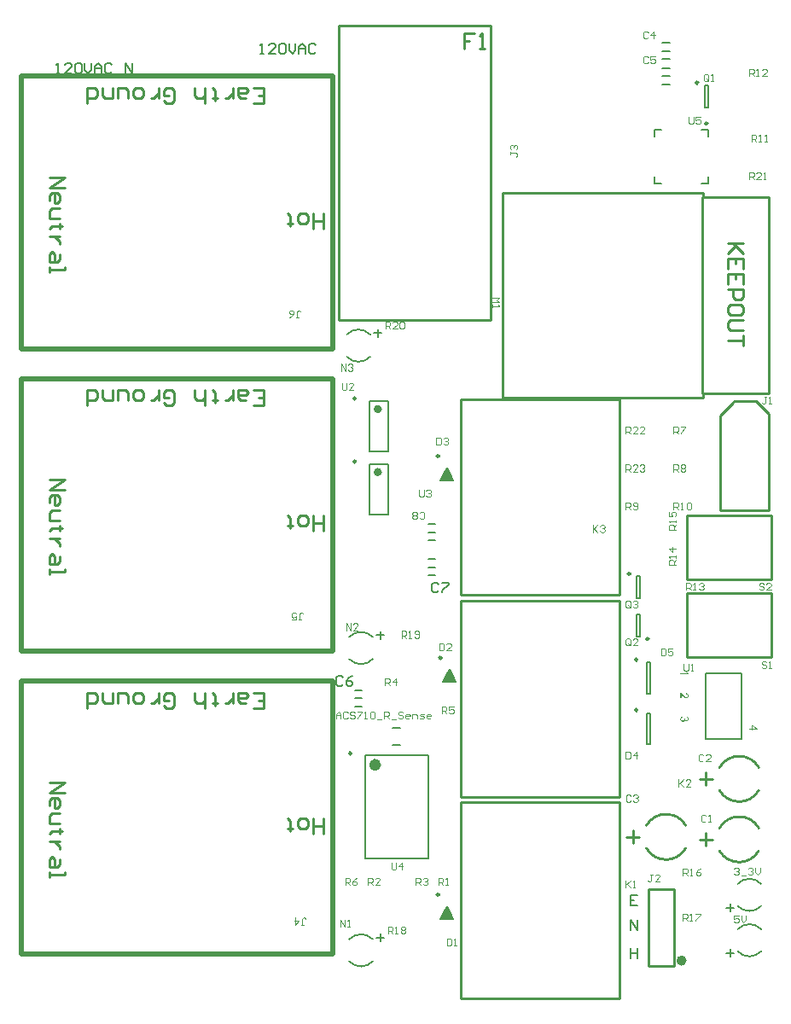
<source format=gto>
G04 Layer_Color=15132400*
%FSLAX24Y24*%
%MOIN*%
G70*
G01*
G75*
%ADD54C,0.0157*%
%ADD55C,0.0098*%
%ADD56C,0.0100*%
%ADD57C,0.0059*%
%ADD58C,0.0236*%
%ADD59C,0.0200*%
%ADD60C,0.0079*%
%ADD61C,0.0080*%
%ADD62C,0.0197*%
%ADD63C,0.0039*%
G36*
X38818Y20660D02*
Y20628D01*
X38612D01*
Y20585D01*
X38576D01*
Y20628D01*
X38500D01*
Y20667D01*
X38576D01*
Y20805D01*
X38612D01*
X38818Y20660D01*
D02*
G37*
G36*
X36039Y22914D02*
X36040Y22913D01*
X36041Y22911D01*
X36042Y22909D01*
X36043Y22906D01*
X36045Y22903D01*
X36049Y22895D01*
X36055Y22886D01*
X36061Y22876D01*
X36068Y22867D01*
X36076Y22857D01*
X36077Y22857D01*
X36077Y22856D01*
X36078Y22855D01*
X36080Y22853D01*
X36084Y22849D01*
X36090Y22844D01*
X36096Y22838D01*
X36104Y22833D01*
X36111Y22827D01*
X36119Y22823D01*
Y22798D01*
X35800D01*
Y22836D01*
X36048D01*
X36048Y22837D01*
X36046Y22839D01*
X36043Y22842D01*
X36040Y22846D01*
X36036Y22852D01*
X36031Y22858D01*
X36026Y22865D01*
X36021Y22874D01*
Y22874D01*
X36021Y22874D01*
X36020Y22876D01*
X36019Y22877D01*
X36017Y22882D01*
X36014Y22887D01*
X36011Y22893D01*
X36007Y22900D01*
X36004Y22907D01*
X36001Y22914D01*
X36039D01*
Y22914D01*
D02*
G37*
G36*
X35805Y22062D02*
X35809Y22062D01*
X35814Y22061D01*
X35818Y22060D01*
X35823Y22058D01*
X35824D01*
X35824Y22058D01*
X35825Y22057D01*
X35827Y22057D01*
X35831Y22055D01*
X35836Y22052D01*
X35843Y22048D01*
X35850Y22044D01*
X35857Y22039D01*
X35865Y22033D01*
X35866Y22032D01*
X35866Y22032D01*
X35867Y22031D01*
X35869Y22029D01*
X35874Y22025D01*
X35879Y22019D01*
X35886Y22012D01*
X35895Y22004D01*
X35904Y21993D01*
X35914Y21981D01*
X35914Y21981D01*
X35916Y21979D01*
X35918Y21976D01*
X35921Y21973D01*
X35924Y21969D01*
X35928Y21964D01*
X35933Y21959D01*
X35938Y21953D01*
X35949Y21942D01*
X35960Y21930D01*
X35966Y21925D01*
X35971Y21920D01*
X35976Y21915D01*
X35981Y21912D01*
X35981Y21911D01*
X35982Y21911D01*
X35983Y21910D01*
X35985Y21909D01*
X35988Y21908D01*
X35990Y21906D01*
X35996Y21902D01*
X36003Y21899D01*
X36011Y21896D01*
X36020Y21894D01*
X36024Y21893D01*
X36030D01*
X36032Y21893D01*
X36036Y21894D01*
X36042Y21895D01*
X36048Y21897D01*
X36054Y21900D01*
X36061Y21904D01*
X36067Y21910D01*
X36068Y21911D01*
X36069Y21913D01*
X36072Y21917D01*
X36075Y21922D01*
X36078Y21928D01*
X36080Y21935D01*
X36082Y21944D01*
X36083Y21953D01*
Y21954D01*
Y21955D01*
Y21956D01*
X36083Y21958D01*
Y21960D01*
X36082Y21963D01*
X36081Y21969D01*
X36079Y21976D01*
X36076Y21984D01*
X36072Y21992D01*
X36066Y21998D01*
X36065Y21999D01*
X36063Y22001D01*
X36059Y22004D01*
X36054Y22007D01*
X36047Y22010D01*
X36039Y22013D01*
X36030Y22015D01*
X36019Y22015D01*
X36023Y22055D01*
X36024D01*
X36026Y22055D01*
X36028D01*
X36031Y22055D01*
X36035Y22054D01*
X36039Y22053D01*
X36044Y22052D01*
X36049Y22050D01*
X36060Y22046D01*
X36066Y22044D01*
X36071Y22041D01*
X36077Y22038D01*
X36082Y22034D01*
X36087Y22030D01*
X36092Y22025D01*
X36092Y22024D01*
X36092Y22024D01*
X36094Y22022D01*
X36095Y22020D01*
X36097Y22017D01*
X36099Y22014D01*
X36101Y22010D01*
X36104Y22005D01*
X36106Y22000D01*
X36108Y21995D01*
X36110Y21989D01*
X36111Y21983D01*
X36113Y21976D01*
X36114Y21969D01*
X36115Y21961D01*
X36115Y21953D01*
Y21952D01*
Y21950D01*
Y21948D01*
X36115Y21945D01*
X36114Y21941D01*
X36114Y21936D01*
X36113Y21931D01*
X36112Y21926D01*
X36109Y21915D01*
X36107Y21909D01*
X36104Y21903D01*
X36102Y21896D01*
X36098Y21891D01*
X36094Y21885D01*
X36090Y21880D01*
X36089Y21879D01*
X36088Y21879D01*
X36087Y21877D01*
X36085Y21876D01*
X36083Y21874D01*
X36080Y21871D01*
X36076Y21869D01*
X36072Y21866D01*
X36068Y21864D01*
X36063Y21862D01*
X36052Y21857D01*
X36047Y21855D01*
X36040Y21854D01*
X36034Y21853D01*
X36027Y21853D01*
X36023D01*
X36020Y21853D01*
X36015Y21854D01*
X36009Y21855D01*
X36003Y21856D01*
X35996Y21858D01*
X35989Y21861D01*
X35988Y21861D01*
X35986Y21863D01*
X35982Y21864D01*
X35978Y21867D01*
X35972Y21871D01*
X35965Y21875D01*
X35958Y21881D01*
X35950Y21887D01*
X35950D01*
X35950Y21888D01*
X35948Y21889D01*
X35947Y21890D01*
X35945Y21892D01*
X35942Y21895D01*
X35939Y21898D01*
X35936Y21901D01*
X35932Y21905D01*
X35928Y21910D01*
X35923Y21915D01*
X35918Y21920D01*
X35913Y21926D01*
X35907Y21932D01*
X35901Y21940D01*
X35895Y21947D01*
X35894Y21948D01*
X35893Y21949D01*
X35892Y21950D01*
X35890Y21953D01*
X35888Y21955D01*
X35885Y21959D01*
X35878Y21966D01*
X35872Y21974D01*
X35865Y21981D01*
X35862Y21984D01*
X35859Y21987D01*
X35857Y21990D01*
X35855Y21992D01*
X35854Y21993D01*
X35853Y21994D01*
X35851Y21995D01*
X35848Y21998D01*
X35845Y22000D01*
X35841Y22003D01*
X35834Y22009D01*
Y21853D01*
X35796D01*
Y22063D01*
X35801D01*
X35805Y22062D01*
D02*
G37*
G36*
X35890Y21106D02*
X35889D01*
X35888Y21106D01*
X35886Y21105D01*
X35884Y21105D01*
X35881Y21104D01*
X35878Y21103D01*
X35871Y21101D01*
X35863Y21098D01*
X35855Y21094D01*
X35847Y21089D01*
X35844Y21087D01*
X35841Y21084D01*
X35841Y21083D01*
X35839Y21081D01*
X35837Y21078D01*
X35834Y21073D01*
X35831Y21067D01*
X35829Y21060D01*
X35828Y21053D01*
X35827Y21044D01*
Y21044D01*
Y21043D01*
Y21041D01*
X35827Y21040D01*
Y21037D01*
X35828Y21034D01*
X35829Y21028D01*
X35831Y21021D01*
X35835Y21013D01*
X35840Y21005D01*
X35843Y21001D01*
X35846Y20998D01*
X35846Y20997D01*
X35847Y20997D01*
X35848Y20996D01*
X35849Y20995D01*
X35853Y20991D01*
X35859Y20988D01*
X35866Y20985D01*
X35874Y20982D01*
X35883Y20980D01*
X35888Y20979D01*
X35895D01*
X35897Y20979D01*
X35900D01*
X35902Y20980D01*
X35909Y20981D01*
X35916Y20983D01*
X35923Y20986D01*
X35930Y20991D01*
X35934Y20993D01*
X35937Y20996D01*
X35938Y20997D01*
X35940Y21000D01*
X35942Y21003D01*
X35946Y21008D01*
X35949Y21015D01*
X35952Y21022D01*
X35954Y21031D01*
X35954Y21041D01*
Y21041D01*
Y21043D01*
Y21046D01*
X35954Y21048D01*
X35954Y21053D01*
X35953Y21058D01*
X35952Y21063D01*
X35950Y21069D01*
X35985Y21064D01*
Y21063D01*
X35984Y21062D01*
X35984Y21060D01*
Y21058D01*
Y21058D01*
Y21057D01*
Y21056D01*
X35984Y21054D01*
X35985Y21049D01*
X35985Y21043D01*
X35987Y21036D01*
X35989Y21029D01*
X35992Y21021D01*
X35997Y21013D01*
Y21013D01*
X35997Y21013D01*
X35999Y21010D01*
X36002Y21007D01*
X36007Y21003D01*
X36012Y20999D01*
X36019Y20996D01*
X36028Y20994D01*
X36032Y20994D01*
X36037Y20993D01*
X36038D01*
X36041Y20994D01*
X36044Y20994D01*
X36049Y20995D01*
X36055Y20997D01*
X36061Y20999D01*
X36067Y21003D01*
X36072Y21008D01*
X36073Y21009D01*
X36075Y21010D01*
X36077Y21014D01*
X36080Y21018D01*
X36082Y21023D01*
X36085Y21030D01*
X36086Y21037D01*
X36087Y21045D01*
Y21046D01*
Y21046D01*
Y21047D01*
X36086Y21049D01*
X36086Y21053D01*
X36085Y21059D01*
X36083Y21065D01*
X36080Y21071D01*
X36077Y21077D01*
X36072Y21084D01*
X36071Y21084D01*
X36070Y21086D01*
X36066Y21089D01*
X36061Y21091D01*
X36056Y21095D01*
X36048Y21098D01*
X36040Y21101D01*
X36030Y21103D01*
X36037Y21141D01*
X36037D01*
X36038Y21141D01*
X36040Y21141D01*
X36043Y21140D01*
X36046Y21139D01*
X36050Y21138D01*
X36054Y21136D01*
X36059Y21135D01*
X36068Y21130D01*
X36078Y21125D01*
X36088Y21118D01*
X36093Y21114D01*
X36097Y21109D01*
X36097Y21109D01*
X36098Y21108D01*
X36099Y21107D01*
X36100Y21105D01*
X36102Y21102D01*
X36104Y21099D01*
X36106Y21096D01*
X36108Y21092D01*
X36110Y21087D01*
X36112Y21083D01*
X36116Y21072D01*
X36118Y21060D01*
X36118Y21053D01*
X36119Y21046D01*
Y21046D01*
Y21045D01*
Y21044D01*
Y21041D01*
X36118Y21039D01*
Y21037D01*
X36118Y21030D01*
X36116Y21023D01*
X36114Y21015D01*
X36111Y21007D01*
X36108Y20998D01*
Y20998D01*
X36107Y20998D01*
X36106Y20996D01*
X36106Y20995D01*
X36103Y20991D01*
X36100Y20986D01*
X36095Y20981D01*
X36090Y20975D01*
X36084Y20970D01*
X36077Y20965D01*
X36077D01*
X36076Y20965D01*
X36074Y20963D01*
X36070Y20961D01*
X36065Y20959D01*
X36059Y20957D01*
X36052Y20955D01*
X36044Y20953D01*
X36036Y20953D01*
X36033D01*
X36029Y20953D01*
X36024Y20954D01*
X36018Y20956D01*
X36012Y20958D01*
X36005Y20961D01*
X35999Y20964D01*
X35998Y20965D01*
X35996Y20966D01*
X35993Y20969D01*
X35989Y20972D01*
X35985Y20977D01*
X35980Y20983D01*
X35976Y20989D01*
X35972Y20997D01*
Y20996D01*
X35971Y20996D01*
X35971Y20994D01*
X35971Y20992D01*
X35970Y20990D01*
X35968Y20987D01*
X35966Y20981D01*
X35962Y20974D01*
X35957Y20967D01*
X35952Y20959D01*
X35945Y20953D01*
X35944D01*
X35944Y20952D01*
X35942Y20951D01*
X35941Y20951D01*
X35939Y20949D01*
X35937Y20948D01*
X35931Y20945D01*
X35923Y20942D01*
X35914Y20940D01*
X35905Y20938D01*
X35894Y20937D01*
X35890D01*
X35887Y20938D01*
X35883Y20938D01*
X35879Y20939D01*
X35874Y20940D01*
X35869Y20941D01*
X35864Y20943D01*
X35858Y20945D01*
X35852Y20947D01*
X35846Y20950D01*
X35840Y20954D01*
X35834Y20958D01*
X35828Y20963D01*
X35823Y20968D01*
X35823Y20968D01*
X35822Y20969D01*
X35821Y20971D01*
X35819Y20973D01*
X35817Y20976D01*
X35814Y20980D01*
X35812Y20984D01*
X35809Y20989D01*
X35806Y20994D01*
X35804Y21000D01*
X35801Y21006D01*
X35799Y21013D01*
X35797Y21020D01*
X35796Y21028D01*
X35795Y21036D01*
X35795Y21044D01*
Y21045D01*
Y21046D01*
Y21048D01*
X35795Y21051D01*
X35795Y21055D01*
X35796Y21059D01*
X35797Y21064D01*
X35798Y21069D01*
X35801Y21079D01*
X35803Y21085D01*
X35805Y21091D01*
X35808Y21097D01*
X35811Y21103D01*
X35815Y21108D01*
X35819Y21114D01*
X35820Y21114D01*
X35821Y21115D01*
X35822Y21116D01*
X35824Y21118D01*
X35826Y21120D01*
X35829Y21123D01*
X35833Y21125D01*
X35837Y21128D01*
X35841Y21131D01*
X35846Y21134D01*
X35852Y21136D01*
X35857Y21139D01*
X35864Y21141D01*
X35870Y21143D01*
X35877Y21144D01*
X35884Y21145D01*
X35890Y21106D01*
D02*
G37*
G36*
X27022Y22486D02*
X26522D01*
X26772Y22986D01*
X27022Y22486D01*
D02*
G37*
G36*
X26923Y30360D02*
X26423D01*
X26673Y30860D01*
X26923Y30360D01*
D02*
G37*
G36*
Y13234D02*
X26423D01*
X26673Y13734D01*
X26923Y13234D01*
D02*
G37*
%LPC*%
G36*
X38612Y20767D02*
Y20667D01*
X38755D01*
X38612Y20767D01*
D02*
G37*
%LPD*%
D54*
X24055Y30689D02*
G03*
X24055Y30689I-79J0D01*
G01*
Y33150D02*
G03*
X24055Y33150I-79J0D01*
G01*
D55*
X23120Y31104D02*
G03*
X23120Y31104I-49J0D01*
G01*
Y33565D02*
G03*
X23120Y33565I-49J0D01*
G01*
X34124Y23366D02*
G03*
X34124Y23366I-49J0D01*
G01*
Y21398D02*
G03*
X34124Y21398I-49J0D01*
G01*
X33841Y26713D02*
G03*
X33841Y26713I-49J0D01*
G01*
X34565Y24173D02*
G03*
X34565Y24173I-49J0D01*
G01*
X36498Y45906D02*
G03*
X36498Y45906I-49J0D01*
G01*
X36860Y44311D02*
G03*
X36860Y44311I-49J0D01*
G01*
X22943Y19703D02*
G03*
X22943Y19703I-49J0D01*
G01*
X34539Y11409D02*
Y14409D01*
X35539D01*
Y11409D02*
Y14409D01*
X34539Y11409D02*
X35539D01*
D56*
X37323Y15896D02*
G03*
X38858Y15896I767J443D01*
G01*
X38860Y16789D02*
G03*
X37326Y16789I-767J-443D01*
G01*
X37323Y18258D02*
G03*
X38858Y18258I767J443D01*
G01*
X38860Y19152D02*
G03*
X37326Y19152I-767J-443D01*
G01*
X26472Y23436D02*
G03*
X26472Y23436I-50J0D01*
G01*
X26373Y14184D02*
G03*
X26373Y14184I-50J0D01*
G01*
X34469Y15994D02*
G03*
X36003Y15994I767J443D01*
G01*
X36006Y16888D02*
G03*
X34471Y16888I-767J-443D01*
G01*
X26373Y31310D02*
G03*
X26373Y31310I-50J0D01*
G01*
X36791Y16089D02*
Y16589D01*
X36541Y16339D02*
X37041D01*
X36791Y18451D02*
Y18951D01*
X36541Y18701D02*
X37041D01*
X39347Y23462D02*
Y25955D01*
X36047Y23462D02*
Y25955D01*
Y23462D02*
X39347D01*
X36047Y25955D02*
X39347D01*
Y26513D02*
Y29006D01*
X36047Y26513D02*
Y29006D01*
Y26513D02*
X39347D01*
X36047Y29006D02*
X39347D01*
X36674Y33602D02*
Y33742D01*
Y41449D02*
Y41589D01*
X36664Y41439D02*
X39263D01*
X36664Y33752D02*
Y41439D01*
X28840Y41589D02*
X36674D01*
X28840Y33602D02*
X36674D01*
X28840D02*
Y41589D01*
X39263Y39854D02*
Y41439D01*
X36664Y33752D02*
X39263D01*
Y39854D01*
X33936Y16187D02*
Y16687D01*
X33686Y16437D02*
X34186D01*
X28389Y36625D02*
Y48121D01*
X27146Y36625D02*
X28389D01*
X22439Y48121D02*
X28389D01*
X22439Y36625D02*
Y48121D01*
Y36625D02*
X27264D01*
X27215Y10133D02*
X33415D01*
Y17783D01*
X27215D02*
X33415D01*
X27215Y10133D02*
Y17783D01*
Y18007D02*
X33415D01*
Y25657D01*
X27215D02*
X33415D01*
X27215Y18007D02*
Y25657D01*
Y25881D02*
X33415D01*
Y33531D01*
X27215D02*
X33415D01*
X27215Y25881D02*
Y33531D01*
X38287Y29213D02*
X38337D01*
X39237Y30413D02*
Y30563D01*
X38337Y29213D02*
X39237D01*
Y32413D01*
X37337Y29213D02*
Y30463D01*
Y29213D02*
X38287D01*
X39237Y32413D02*
Y32963D01*
X38737Y33463D02*
X39237Y32963D01*
X37337Y30463D02*
Y32913D01*
X37837Y33413D01*
X37887Y33463D01*
X38737D01*
X27762Y47844D02*
X27362D01*
Y47544D01*
X27562D01*
X27362D01*
Y47244D01*
X27962D02*
X28162D01*
X28062D01*
Y47844D01*
X27962Y47744D01*
X19102Y45101D02*
X19502D01*
Y45701D01*
X19102D01*
X19502Y45401D02*
X19302D01*
X18803Y45301D02*
X18603D01*
X18503Y45401D01*
Y45701D01*
X18803D01*
X18903Y45601D01*
X18803Y45501D01*
X18503D01*
X18303Y45301D02*
Y45701D01*
Y45501D01*
X18203Y45401D01*
X18103Y45301D01*
X18003D01*
X17603Y45201D02*
Y45301D01*
X17703D01*
X17503D01*
X17603D01*
Y45601D01*
X17503Y45701D01*
X17203Y45101D02*
Y45701D01*
Y45401D01*
X17103Y45301D01*
X16903D01*
X16803Y45401D01*
Y45701D01*
X15604Y45201D02*
X15704Y45101D01*
X15904D01*
X16003Y45201D01*
Y45601D01*
X15904Y45701D01*
X15704D01*
X15604Y45601D01*
Y45401D01*
X15804D01*
X15404Y45301D02*
Y45701D01*
Y45501D01*
X15304Y45401D01*
X15204Y45301D01*
X15104D01*
X14704Y45701D02*
X14504D01*
X14404Y45601D01*
Y45401D01*
X14504Y45301D01*
X14704D01*
X14804Y45401D01*
Y45601D01*
X14704Y45701D01*
X14204Y45301D02*
Y45601D01*
X14104Y45701D01*
X13804D01*
Y45301D01*
X13604Y45701D02*
Y45301D01*
X13304D01*
X13204Y45401D01*
Y45701D01*
X12605Y45101D02*
Y45701D01*
X12904D01*
X13004Y45601D01*
Y45401D01*
X12904Y45301D01*
X12605D01*
X11152Y42201D02*
X11752D01*
X11152Y41801D01*
X11752D01*
X11152Y41301D02*
Y41501D01*
X11252Y41601D01*
X11452D01*
X11552Y41501D01*
Y41301D01*
X11452Y41202D01*
X11352D01*
Y41601D01*
X11552Y41002D02*
X11252D01*
X11152Y40902D01*
Y40602D01*
X11552D01*
X11652Y40302D02*
X11552D01*
Y40402D01*
Y40202D01*
Y40302D01*
X11252D01*
X11152Y40202D01*
X11552Y39902D02*
X11152D01*
X11352D01*
X11452Y39802D01*
X11552Y39702D01*
Y39602D01*
Y39202D02*
Y39002D01*
X11452Y38902D01*
X11152D01*
Y39202D01*
X11252Y39302D01*
X11352Y39202D01*
Y38902D01*
X11152Y38702D02*
Y38502D01*
Y38602D01*
X11752D01*
Y38702D01*
X21852Y40201D02*
Y40801D01*
Y40501D01*
X21452D01*
Y40201D01*
Y40801D01*
X21153D02*
X20953D01*
X20853Y40701D01*
Y40501D01*
X20953Y40401D01*
X21153D01*
X21253Y40501D01*
Y40701D01*
X21153Y40801D01*
X20553Y40301D02*
Y40401D01*
X20653D01*
X20453D01*
X20553D01*
Y40701D01*
X20453Y40801D01*
X19102Y33290D02*
X19502D01*
Y33890D01*
X19102D01*
X19502Y33590D02*
X19302D01*
X18803Y33490D02*
X18603D01*
X18503Y33590D01*
Y33890D01*
X18803D01*
X18903Y33790D01*
X18803Y33690D01*
X18503D01*
X18303Y33490D02*
Y33890D01*
Y33690D01*
X18203Y33590D01*
X18103Y33490D01*
X18003D01*
X17603Y33390D02*
Y33490D01*
X17703D01*
X17503D01*
X17603D01*
Y33790D01*
X17503Y33890D01*
X17203Y33290D02*
Y33890D01*
Y33590D01*
X17103Y33490D01*
X16903D01*
X16803Y33590D01*
Y33890D01*
X15604Y33390D02*
X15704Y33290D01*
X15904D01*
X16003Y33390D01*
Y33790D01*
X15904Y33890D01*
X15704D01*
X15604Y33790D01*
Y33590D01*
X15804D01*
X15404Y33490D02*
Y33890D01*
Y33690D01*
X15304Y33590D01*
X15204Y33490D01*
X15104D01*
X14704Y33890D02*
X14504D01*
X14404Y33790D01*
Y33590D01*
X14504Y33490D01*
X14704D01*
X14804Y33590D01*
Y33790D01*
X14704Y33890D01*
X14204Y33490D02*
Y33790D01*
X14104Y33890D01*
X13804D01*
Y33490D01*
X13604Y33890D02*
Y33490D01*
X13304D01*
X13204Y33590D01*
Y33890D01*
X12605Y33290D02*
Y33890D01*
X12904D01*
X13004Y33790D01*
Y33590D01*
X12904Y33490D01*
X12605D01*
X11152Y30390D02*
X11752D01*
X11152Y29990D01*
X11752D01*
X11152Y29490D02*
Y29690D01*
X11252Y29790D01*
X11452D01*
X11552Y29690D01*
Y29490D01*
X11452Y29390D01*
X11352D01*
Y29790D01*
X11552Y29191D02*
X11252D01*
X11152Y29091D01*
Y28791D01*
X11552D01*
X11652Y28491D02*
X11552D01*
Y28591D01*
Y28391D01*
Y28491D01*
X11252D01*
X11152Y28391D01*
X11552Y28091D02*
X11152D01*
X11352D01*
X11452Y27991D01*
X11552Y27891D01*
Y27791D01*
Y27391D02*
Y27191D01*
X11452Y27091D01*
X11152D01*
Y27391D01*
X11252Y27491D01*
X11352Y27391D01*
Y27091D01*
X11152Y26891D02*
Y26691D01*
Y26791D01*
X11752D01*
Y26891D01*
X21852Y28390D02*
Y28990D01*
Y28690D01*
X21452D01*
Y28390D01*
Y28990D01*
X21153D02*
X20953D01*
X20853Y28890D01*
Y28690D01*
X20953Y28590D01*
X21153D01*
X21253Y28690D01*
Y28890D01*
X21153Y28990D01*
X20553Y28490D02*
Y28590D01*
X20653D01*
X20453D01*
X20553D01*
Y28890D01*
X20453Y28990D01*
X19102Y21479D02*
X19502D01*
Y22079D01*
X19102D01*
X19502Y21779D02*
X19302D01*
X18803Y21679D02*
X18603D01*
X18503Y21779D01*
Y22079D01*
X18803D01*
X18903Y21979D01*
X18803Y21879D01*
X18503D01*
X18303Y21679D02*
Y22079D01*
Y21879D01*
X18203Y21779D01*
X18103Y21679D01*
X18003D01*
X17603Y21579D02*
Y21679D01*
X17703D01*
X17503D01*
X17603D01*
Y21979D01*
X17503Y22079D01*
X17203Y21479D02*
Y22079D01*
Y21779D01*
X17103Y21679D01*
X16903D01*
X16803Y21779D01*
Y22079D01*
X15604Y21579D02*
X15704Y21479D01*
X15904D01*
X16003Y21579D01*
Y21979D01*
X15904Y22079D01*
X15704D01*
X15604Y21979D01*
Y21779D01*
X15804D01*
X15404Y21679D02*
Y22079D01*
Y21879D01*
X15304Y21779D01*
X15204Y21679D01*
X15104D01*
X14704Y22079D02*
X14504D01*
X14404Y21979D01*
Y21779D01*
X14504Y21679D01*
X14704D01*
X14804Y21779D01*
Y21979D01*
X14704Y22079D01*
X14204Y21679D02*
Y21979D01*
X14104Y22079D01*
X13804D01*
Y21679D01*
X13604Y22079D02*
Y21679D01*
X13304D01*
X13204Y21779D01*
Y22079D01*
X12605Y21479D02*
Y22079D01*
X12904D01*
X13004Y21979D01*
Y21779D01*
X12904Y21679D01*
X12605D01*
X11152Y18579D02*
X11752D01*
X11152Y18179D01*
X11752D01*
X11152Y17679D02*
Y17879D01*
X11252Y17979D01*
X11452D01*
X11552Y17879D01*
Y17679D01*
X11452Y17579D01*
X11352D01*
Y17979D01*
X11552Y17380D02*
X11252D01*
X11152Y17280D01*
Y16980D01*
X11552D01*
X11652Y16680D02*
X11552D01*
Y16780D01*
Y16580D01*
Y16680D01*
X11252D01*
X11152Y16580D01*
X11552Y16280D02*
X11152D01*
X11352D01*
X11452Y16180D01*
X11552Y16080D01*
Y15980D01*
Y15580D02*
Y15380D01*
X11452Y15280D01*
X11152D01*
Y15580D01*
X11252Y15680D01*
X11352Y15580D01*
Y15280D01*
X11152Y15080D02*
Y14880D01*
Y14980D01*
X11752D01*
Y15080D01*
X21852Y16579D02*
Y17179D01*
Y16879D01*
X21452D01*
Y16579D01*
Y17179D01*
X21153D02*
X20953D01*
X20853Y17079D01*
Y16879D01*
X20953Y16779D01*
X21153D01*
X21253Y16879D01*
Y17079D01*
X21153Y17179D01*
X20553Y16679D02*
Y16779D01*
X20653D01*
X20453D01*
X20553D01*
Y17079D01*
X20453Y17179D01*
X38249Y39628D02*
X37649D01*
X37849D01*
X38249Y39228D01*
X37949Y39528D01*
X37649Y39228D01*
X38249Y38628D02*
Y39028D01*
X37649D01*
Y38628D01*
X37949Y39028D02*
Y38828D01*
X38249Y38028D02*
Y38428D01*
X37649D01*
Y38028D01*
X37949Y38428D02*
Y38228D01*
X37649Y37829D02*
X38249D01*
Y37529D01*
X38149Y37429D01*
X37949D01*
X37849Y37529D01*
Y37829D01*
X38249Y36929D02*
Y37129D01*
X38149Y37229D01*
X37749D01*
X37649Y37129D01*
Y36929D01*
X37749Y36829D01*
X38149D01*
X38249Y36929D01*
Y36629D02*
X37749D01*
X37649Y36529D01*
Y36329D01*
X37749Y36229D01*
X38249D01*
Y36029D02*
Y35629D01*
Y35829D01*
X37649D01*
D57*
X23780Y24248D02*
G03*
X22858Y24248I-461J-430D01*
G01*
Y23389D02*
G03*
X23780Y23389I461J430D01*
G01*
X23681Y36060D02*
G03*
X22760Y36060I-461J-430D01*
G01*
Y35200D02*
G03*
X23681Y35200I461J430D01*
G01*
X38031Y13744D02*
G03*
X38953Y13744I461J430D01*
G01*
Y14603D02*
G03*
X38031Y14603I-461J-430D01*
G01*
Y11972D02*
G03*
X38953Y11972I461J430D01*
G01*
Y12831D02*
G03*
X38031Y12831I-461J-430D01*
G01*
X23780Y12437D02*
G03*
X22858Y12437I-461J-430D01*
G01*
Y11578D02*
G03*
X23780Y11578I461J430D01*
G01*
X24069Y24169D02*
Y24469D01*
X23919Y24319D02*
X24219D01*
X23970Y35980D02*
Y36280D01*
X23820Y36130D02*
X24120D01*
X37742Y13523D02*
Y13823D01*
X37592Y13673D02*
X37892D01*
X37742Y11752D02*
Y12052D01*
X37592Y11902D02*
X37892D01*
X24069Y12358D02*
Y12658D01*
X23919Y12508D02*
X24219D01*
X26345Y26312D02*
X26279Y26378D01*
X26148D01*
X26083Y26312D01*
Y26050D01*
X26148Y25984D01*
X26279D01*
X26345Y26050D01*
X26476Y26378D02*
X26739D01*
Y26312D01*
X26476Y26050D01*
Y25984D01*
X22605Y22671D02*
X22539Y22736D01*
X22408D01*
X22343Y22671D01*
Y22408D01*
X22408Y22343D01*
X22539D01*
X22605Y22408D01*
X22998Y22736D02*
X22867Y22671D01*
X22736Y22539D01*
Y22408D01*
X22802Y22343D01*
X22933D01*
X22998Y22408D01*
Y22474D01*
X22933Y22539D01*
X22736D01*
X33858Y12106D02*
Y11713D01*
Y11909D01*
X34121D01*
Y12106D01*
Y11713D01*
X33858Y12795D02*
Y13189D01*
X34121Y12795D01*
Y13189D01*
Y14173D02*
X33858D01*
Y13780D01*
X34121D01*
X33858Y13976D02*
X33989D01*
D58*
X23986Y19252D02*
G03*
X23986Y19252I-118J0D01*
G01*
D59*
X35939Y11609D02*
G03*
X35939Y11609I-100J0D01*
G01*
D60*
X23091Y22165D02*
X23366D01*
X23091Y21535D02*
X23366D01*
X23091Y21850D02*
X23366D01*
X25945Y27283D02*
X26220D01*
X25945Y26654D02*
X26220D01*
X25945Y26969D02*
X26220D01*
X25945Y28661D02*
X26220D01*
X25945Y28031D02*
X26220D01*
X25945Y28346D02*
X26220D01*
X23661Y29035D02*
X24370D01*
X23661Y31004D02*
X24370D01*
Y29035D02*
Y31004D01*
X23661Y29035D02*
Y31004D01*
Y31496D02*
X24370D01*
X23661Y33465D02*
X24370D01*
Y31496D02*
Y33465D01*
X23661Y31496D02*
Y33465D01*
X35098Y45846D02*
X35374D01*
X35098Y46476D02*
X35374D01*
X35098Y46161D02*
X35374D01*
X35098Y46831D02*
X35374D01*
X35098Y47461D02*
X35374D01*
X35098Y47146D02*
X35374D01*
X34606Y22028D02*
Y23248D01*
X34488Y22028D02*
Y23248D01*
Y22028D02*
X34606D01*
X34488Y23248D02*
X34606D01*
Y20059D02*
Y21280D01*
X34488Y20059D02*
Y21280D01*
Y20059D02*
X34606D01*
X34488Y21280D02*
X34606D01*
X34079Y26614D02*
X34228D01*
X34079Y25748D02*
X34228D01*
X34079D02*
Y26614D01*
X34228Y25748D02*
Y26614D01*
X34079Y24272D02*
X34228D01*
X34079Y25138D02*
X34228D01*
Y24272D02*
Y25138D01*
X34079Y24272D02*
Y25138D01*
X26522Y22486D02*
X26772Y22986D01*
X26522Y22486D02*
X27022D01*
X26772Y22986D02*
X27022Y22486D01*
X26423Y13234D02*
X26673Y13734D01*
X26423Y13234D02*
X26923D01*
X26673Y13734D02*
X26923Y13234D01*
X36736Y45807D02*
X36886D01*
X36736Y44941D02*
X36886D01*
X36736D02*
Y45807D01*
X36886Y44941D02*
Y45807D01*
X34783Y43799D02*
Y44055D01*
X35039D01*
X34783Y41969D02*
Y42224D01*
Y41969D02*
X35039D01*
X36614D02*
X36870D01*
Y42224D01*
Y43799D02*
Y44055D01*
X36614D02*
X36870D01*
X23474Y15591D02*
Y19646D01*
X25935Y15591D02*
Y19646D01*
X23474D02*
X25935D01*
X23474Y15591D02*
X25935D01*
X26423Y30360D02*
X26673Y30860D01*
X26423Y30360D02*
X26923D01*
X26673Y30860D02*
X26923Y30360D01*
X24567Y20709D02*
X24843D01*
X24567Y20039D02*
X24843D01*
X11417Y46260D02*
X11549D01*
X11483D01*
Y46653D01*
X11417Y46588D01*
X12008Y46260D02*
X11745D01*
X12008Y46522D01*
Y46588D01*
X11942Y46653D01*
X11811D01*
X11745Y46588D01*
X12139D02*
X12204Y46653D01*
X12336D01*
X12401Y46588D01*
Y46325D01*
X12336Y46260D01*
X12204D01*
X12139Y46325D01*
Y46588D01*
X12532Y46653D02*
Y46391D01*
X12664Y46260D01*
X12795Y46391D01*
Y46653D01*
X12926Y46260D02*
Y46522D01*
X13057Y46653D01*
X13188Y46522D01*
Y46260D01*
Y46457D01*
X12926D01*
X13582Y46588D02*
X13516Y46653D01*
X13385D01*
X13320Y46588D01*
Y46325D01*
X13385Y46260D01*
X13516D01*
X13582Y46325D01*
X13713Y46194D02*
X13976D01*
X14107Y46260D02*
Y46653D01*
X14369Y46260D01*
Y46653D01*
X19390Y47047D02*
X19521D01*
X19455D01*
Y47441D01*
X19390Y47375D01*
X19980Y47047D02*
X19718D01*
X19980Y47310D01*
Y47375D01*
X19915Y47441D01*
X19783D01*
X19718Y47375D01*
X20111D02*
X20177Y47441D01*
X20308D01*
X20374Y47375D01*
Y47113D01*
X20308Y47047D01*
X20177D01*
X20111Y47113D01*
Y47375D01*
X20505Y47441D02*
Y47178D01*
X20636Y47047D01*
X20767Y47178D01*
Y47441D01*
X20898Y47047D02*
Y47310D01*
X21030Y47441D01*
X21161Y47310D01*
Y47047D01*
Y47244D01*
X20898D01*
X21554Y47375D02*
X21489Y47441D01*
X21358D01*
X21292Y47375D01*
Y47113D01*
X21358Y47047D01*
X21489D01*
X21554Y47113D01*
D61*
X36800Y20265D02*
X38200D01*
X36800D02*
Y22845D01*
X38200D01*
Y20265D02*
Y22845D01*
D62*
X22202Y42124D02*
Y46151D01*
Y35501D02*
Y42124D01*
X15600Y46151D02*
X22202D01*
X10052D02*
X15600D01*
X10052Y40604D02*
Y46151D01*
Y35501D02*
Y40604D01*
Y35501D02*
X16625D01*
X22202D01*
Y30313D02*
Y34340D01*
Y23690D02*
Y30313D01*
X15600Y34340D02*
X22202D01*
X10052D02*
X15600D01*
X10052Y28793D02*
Y34340D01*
Y23690D02*
Y28793D01*
Y23690D02*
X16625D01*
X22202D01*
Y18502D02*
Y22529D01*
Y11879D02*
Y18502D01*
X15600Y22529D02*
X22202D01*
X10052D02*
X15600D01*
X10052Y16982D02*
Y22529D01*
Y11879D02*
Y16982D01*
Y11879D02*
X16625D01*
X22202D01*
D63*
X25604Y28904D02*
X25650Y28858D01*
X25741D01*
X25787Y28904D01*
Y29088D01*
X25741Y29134D01*
X25650D01*
X25604Y29088D01*
X25512Y28904D02*
X25466Y28858D01*
X25374D01*
X25328Y28904D01*
Y28950D01*
X25374Y28996D01*
X25328Y29042D01*
Y29088D01*
X25374Y29134D01*
X25466D01*
X25512Y29088D01*
Y29042D01*
X25466Y28996D01*
X25512Y28950D01*
Y28904D01*
X25466Y28996D02*
X25374D01*
X36122Y44567D02*
Y44337D01*
X36168Y44291D01*
X36260D01*
X36306Y44337D01*
Y44567D01*
X36581D02*
X36398D01*
Y44429D01*
X36489Y44475D01*
X36535D01*
X36581Y44429D01*
Y44337D01*
X36535Y44291D01*
X36443D01*
X36398Y44337D01*
X22570Y34176D02*
Y33946D01*
X22616Y33900D01*
X22708D01*
X22754Y33946D01*
Y34176D01*
X23029Y33900D02*
X22845D01*
X23029Y34084D01*
Y34130D01*
X22983Y34176D01*
X22891D01*
X22845Y34130D01*
X39062Y26312D02*
X39016Y26358D01*
X38924D01*
X38878Y26312D01*
Y26266D01*
X38924Y26220D01*
X39016D01*
X39062Y26175D01*
Y26129D01*
X39016Y26083D01*
X38924D01*
X38878Y26129D01*
X39337Y26083D02*
X39153D01*
X39337Y26266D01*
Y26312D01*
X39291Y26358D01*
X39199D01*
X39153Y26312D01*
X39160Y23261D02*
X39114Y23307D01*
X39022D01*
X38976Y23261D01*
Y23215D01*
X39022Y23169D01*
X39114D01*
X39160Y23123D01*
Y23077D01*
X39114Y23031D01*
X39022D01*
X38976Y23077D01*
X39252Y23031D02*
X39344D01*
X39298D01*
Y23307D01*
X39252Y23261D01*
X38484Y42126D02*
Y42401D01*
X38622D01*
X38668Y42356D01*
Y42264D01*
X38622Y42218D01*
X38484D01*
X38576D02*
X38668Y42126D01*
X38943D02*
X38760D01*
X38943Y42310D01*
Y42356D01*
X38898Y42401D01*
X38806D01*
X38760Y42356D01*
X39035Y42126D02*
X39127D01*
X39081D01*
Y42401D01*
X39035Y42356D01*
X24278Y36291D02*
Y36567D01*
X24416D01*
X24462Y36521D01*
Y36429D01*
X24416Y36383D01*
X24278D01*
X24370D02*
X24462Y36291D01*
X24738D02*
X24554D01*
X24738Y36475D01*
Y36521D01*
X24692Y36567D01*
X24600D01*
X24554Y36521D01*
X24829D02*
X24875Y36567D01*
X24967D01*
X25013Y36521D01*
Y36337D01*
X24967Y36291D01*
X24875D01*
X24829Y36337D01*
Y36521D01*
X24902Y24213D02*
Y24488D01*
X25039D01*
X25085Y24442D01*
Y24350D01*
X25039Y24304D01*
X24902D01*
X24993D02*
X25085Y24213D01*
X25177D02*
X25269D01*
X25223D01*
Y24488D01*
X25177Y24442D01*
X25407Y24259D02*
X25453Y24213D01*
X25544D01*
X25590Y24259D01*
Y24442D01*
X25544Y24488D01*
X25453D01*
X25407Y24442D01*
Y24396D01*
X25453Y24350D01*
X25590D01*
X24377Y12669D02*
Y12945D01*
X24515D01*
X24561Y12899D01*
Y12807D01*
X24515Y12761D01*
X24377D01*
X24469D02*
X24561Y12669D01*
X24652D02*
X24744D01*
X24698D01*
Y12945D01*
X24652Y12899D01*
X24882D02*
X24928Y12945D01*
X25020D01*
X25066Y12899D01*
Y12853D01*
X25020Y12807D01*
X25066Y12761D01*
Y12715D01*
X25020Y12669D01*
X24928D01*
X24882Y12715D01*
Y12761D01*
X24928Y12807D01*
X24882Y12853D01*
Y12899D01*
X24928Y12807D02*
X25020D01*
X35892Y13161D02*
Y13436D01*
X36029D01*
X36075Y13390D01*
Y13299D01*
X36029Y13253D01*
X35892D01*
X35983D02*
X36075Y13161D01*
X36167D02*
X36259D01*
X36213D01*
Y13436D01*
X36167Y13390D01*
X36397Y13436D02*
X36580D01*
Y13390D01*
X36397Y13207D01*
Y13161D01*
X35898Y14935D02*
Y15211D01*
X36036D01*
X36082Y15165D01*
Y15073D01*
X36036Y15027D01*
X35898D01*
X35990D02*
X36082Y14935D01*
X36174D02*
X36266D01*
X36220D01*
Y15211D01*
X36174Y15165D01*
X36587Y15211D02*
X36495Y15165D01*
X36404Y15073D01*
Y14981D01*
X36449Y14935D01*
X36541D01*
X36587Y14981D01*
Y15027D01*
X36541Y15073D01*
X36404D01*
X35630Y28445D02*
X35354D01*
Y28583D01*
X35400Y28629D01*
X35492D01*
X35538Y28583D01*
Y28445D01*
Y28537D02*
X35630Y28629D01*
Y28720D02*
Y28812D01*
Y28766D01*
X35354D01*
X35400Y28720D01*
X35354Y29134D02*
Y28950D01*
X35492D01*
X35446Y29042D01*
Y29088D01*
X35492Y29134D01*
X35584D01*
X35630Y29088D01*
Y28996D01*
X35584Y28950D01*
X35630Y27067D02*
X35354D01*
Y27205D01*
X35400Y27251D01*
X35492D01*
X35538Y27205D01*
Y27067D01*
Y27159D02*
X35630Y27251D01*
Y27342D02*
Y27434D01*
Y27388D01*
X35354D01*
X35400Y27342D01*
X35630Y27710D02*
X35354D01*
X35492Y27572D01*
Y27756D01*
X36024Y26083D02*
Y26358D01*
X36161D01*
X36207Y26312D01*
Y26220D01*
X36161Y26175D01*
X36024D01*
X36115D02*
X36207Y26083D01*
X36299D02*
X36391D01*
X36345D01*
Y26358D01*
X36299Y26312D01*
X36529D02*
X36575Y26358D01*
X36666D01*
X36712Y26312D01*
Y26266D01*
X36666Y26220D01*
X36621D01*
X36666D01*
X36712Y26175D01*
Y26129D01*
X36666Y26083D01*
X36575D01*
X36529Y26129D01*
X38484Y46161D02*
Y46437D01*
X38622D01*
X38668Y46391D01*
Y46299D01*
X38622Y46253D01*
X38484D01*
X38576D02*
X38668Y46161D01*
X38760D02*
X38852D01*
X38806D01*
Y46437D01*
X38760Y46391D01*
X39173Y46161D02*
X38989D01*
X39173Y46345D01*
Y46391D01*
X39127Y46437D01*
X39035D01*
X38989Y46391D01*
X38583Y43602D02*
Y43878D01*
X38720D01*
X38766Y43832D01*
Y43740D01*
X38720Y43694D01*
X38583D01*
X38675D02*
X38766Y43602D01*
X38858D02*
X38950D01*
X38904D01*
Y43878D01*
X38858Y43832D01*
X39088Y43602D02*
X39180D01*
X39134D01*
Y43878D01*
X39088Y43832D01*
X35531Y29232D02*
Y29508D01*
X35669D01*
X35715Y29462D01*
Y29370D01*
X35669Y29324D01*
X35531D01*
X35623D02*
X35715Y29232D01*
X35807D02*
X35899D01*
X35853D01*
Y29508D01*
X35807Y29462D01*
X36037D02*
X36082Y29508D01*
X36174D01*
X36220Y29462D01*
Y29278D01*
X36174Y29232D01*
X36082D01*
X36037Y29278D01*
Y29462D01*
X33661Y29232D02*
Y29508D01*
X33799D01*
X33845Y29462D01*
Y29370D01*
X33799Y29324D01*
X33661D01*
X33753D02*
X33845Y29232D01*
X33937Y29278D02*
X33983Y29232D01*
X34075D01*
X34121Y29278D01*
Y29462D01*
X34075Y29508D01*
X33983D01*
X33937Y29462D01*
Y29416D01*
X33983Y29370D01*
X34121D01*
X35531Y30709D02*
Y30984D01*
X35669D01*
X35715Y30938D01*
Y30846D01*
X35669Y30800D01*
X35531D01*
X35623D02*
X35715Y30709D01*
X35807Y30938D02*
X35853Y30984D01*
X35945D01*
X35991Y30938D01*
Y30892D01*
X35945Y30846D01*
X35991Y30800D01*
Y30755D01*
X35945Y30709D01*
X35853D01*
X35807Y30755D01*
Y30800D01*
X35853Y30846D01*
X35807Y30892D01*
Y30938D01*
X35853Y30846D02*
X35945D01*
X35531Y32185D02*
Y32461D01*
X35669D01*
X35715Y32415D01*
Y32323D01*
X35669Y32277D01*
X35531D01*
X35623D02*
X35715Y32185D01*
X35807Y32461D02*
X35991D01*
Y32415D01*
X35807Y32231D01*
Y32185D01*
X22707Y14567D02*
Y14842D01*
X22844D01*
X22890Y14797D01*
Y14705D01*
X22844Y14659D01*
X22707D01*
X22799D02*
X22890Y14567D01*
X23166Y14842D02*
X23074Y14797D01*
X22982Y14705D01*
Y14613D01*
X23028Y14567D01*
X23120D01*
X23166Y14613D01*
Y14659D01*
X23120Y14705D01*
X22982D01*
X26476Y21260D02*
Y21535D01*
X26614D01*
X26660Y21489D01*
Y21398D01*
X26614Y21352D01*
X26476D01*
X26568D02*
X26660Y21260D01*
X26936Y21535D02*
X26752D01*
Y21398D01*
X26844Y21444D01*
X26890D01*
X26936Y21398D01*
Y21306D01*
X26890Y21260D01*
X26798D01*
X26752Y21306D01*
X24262Y22372D02*
Y22647D01*
X24399D01*
X24445Y22602D01*
Y22510D01*
X24399Y22464D01*
X24262D01*
X24353D02*
X24445Y22372D01*
X24675D02*
Y22647D01*
X24537Y22510D01*
X24721D01*
X25463Y14567D02*
Y14842D01*
X25600D01*
X25646Y14797D01*
Y14705D01*
X25600Y14659D01*
X25463D01*
X25554D02*
X25646Y14567D01*
X25738Y14797D02*
X25784Y14842D01*
X25876D01*
X25922Y14797D01*
Y14751D01*
X25876Y14705D01*
X25830D01*
X25876D01*
X25922Y14659D01*
Y14613D01*
X25876Y14567D01*
X25784D01*
X25738Y14613D01*
X23593Y14567D02*
Y14842D01*
X23730D01*
X23776Y14797D01*
Y14705D01*
X23730Y14659D01*
X23593D01*
X23684D02*
X23776Y14567D01*
X24052D02*
X23868D01*
X24052Y14751D01*
Y14797D01*
X24006Y14842D01*
X23914D01*
X23868Y14797D01*
X26348Y14567D02*
Y14842D01*
X26486D01*
X26532Y14797D01*
Y14705D01*
X26486Y14659D01*
X26348D01*
X26440D02*
X26532Y14567D01*
X26624D02*
X26716D01*
X26670D01*
Y14842D01*
X26624Y14797D01*
X33845Y25440D02*
Y25623D01*
X33799Y25669D01*
X33707D01*
X33661Y25623D01*
Y25440D01*
X33707Y25394D01*
X33799D01*
X33753Y25486D02*
X33845Y25394D01*
X33799D02*
X33845Y25440D01*
X33937Y25623D02*
X33983Y25669D01*
X34075D01*
X34121Y25623D01*
Y25577D01*
X34075Y25531D01*
X34029D01*
X34075D01*
X34121Y25486D01*
Y25440D01*
X34075Y25394D01*
X33983D01*
X33937Y25440D01*
X33845Y23963D02*
Y24147D01*
X33799Y24193D01*
X33707D01*
X33661Y24147D01*
Y23963D01*
X33707Y23917D01*
X33799D01*
X33753Y24009D02*
X33845Y23917D01*
X33799D02*
X33845Y23963D01*
X34121Y23917D02*
X33937D01*
X34121Y24101D01*
Y24147D01*
X34075Y24193D01*
X33983D01*
X33937Y24147D01*
X36896Y46010D02*
Y46194D01*
X36850Y46240D01*
X36759D01*
X36713Y46194D01*
Y46010D01*
X36759Y45965D01*
X36850D01*
X36804Y46056D02*
X36896Y45965D01*
X36850D02*
X36896Y46010D01*
X36988Y45965D02*
X37080D01*
X37034D01*
Y46240D01*
X36988Y46194D01*
X22539Y34646D02*
Y34921D01*
X22723Y34646D01*
Y34921D01*
X22815Y34875D02*
X22861Y34921D01*
X22953D01*
X22999Y34875D01*
Y34829D01*
X22953Y34783D01*
X22907D01*
X22953D01*
X22999Y34738D01*
Y34692D01*
X22953Y34646D01*
X22861D01*
X22815Y34692D01*
X22736Y24508D02*
Y24783D01*
X22920Y24508D01*
Y24783D01*
X23195Y24508D02*
X23012D01*
X23195Y24692D01*
Y24737D01*
X23149Y24783D01*
X23058D01*
X23012Y24737D01*
X22514Y12930D02*
Y13205D01*
X22697Y12930D01*
Y13205D01*
X22789Y12930D02*
X22881D01*
X22835D01*
Y13205D01*
X22789Y13160D01*
X32382Y28622D02*
Y28346D01*
Y28438D01*
X32566Y28622D01*
X32428Y28484D01*
X32566Y28346D01*
X32657Y28576D02*
X32703Y28622D01*
X32795D01*
X32841Y28576D01*
Y28530D01*
X32795Y28484D01*
X32749D01*
X32795D01*
X32841Y28438D01*
Y28392D01*
X32795Y28346D01*
X32703D01*
X32657Y28392D01*
X20781Y36732D02*
X20873D01*
X20827D01*
Y36962D01*
X20873Y37008D01*
X20919D01*
X20965Y36962D01*
X20505Y36732D02*
X20597Y36778D01*
X20689Y36870D01*
Y36962D01*
X20643Y37008D01*
X20551D01*
X20505Y36962D01*
Y36916D01*
X20551Y36870D01*
X20689D01*
X20879Y24921D02*
X20971D01*
X20925D01*
Y25151D01*
X20971Y25197D01*
X21017D01*
X21063Y25151D01*
X20604Y24921D02*
X20787D01*
Y25059D01*
X20696Y25013D01*
X20650D01*
X20604Y25059D01*
Y25151D01*
X20650Y25197D01*
X20742D01*
X20787Y25151D01*
X20978Y13012D02*
X21070D01*
X21024D01*
Y13241D01*
X21070Y13287D01*
X21116D01*
X21161Y13241D01*
X20748Y13287D02*
Y13012D01*
X20886Y13150D01*
X20702D01*
X34713Y14975D02*
X34621D01*
X34667D01*
Y14745D01*
X34621Y14699D01*
X34575D01*
X34529Y14745D01*
X34989Y14699D02*
X34805D01*
X34989Y14883D01*
Y14929D01*
X34943Y14975D01*
X34851D01*
X34805Y14929D01*
X39160Y33642D02*
X39068D01*
X39114D01*
Y33412D01*
X39068Y33366D01*
X39022D01*
X38976Y33412D01*
X39252Y33366D02*
X39344D01*
X39298D01*
Y33642D01*
X39252Y33596D01*
X35039Y23799D02*
Y23524D01*
X35177D01*
X35223Y23570D01*
Y23753D01*
X35177Y23799D01*
X35039D01*
X35499D02*
X35315D01*
Y23661D01*
X35407Y23707D01*
X35453D01*
X35499Y23661D01*
Y23570D01*
X35453Y23524D01*
X35361D01*
X35315Y23570D01*
X33661Y19764D02*
Y19488D01*
X33799D01*
X33845Y19534D01*
Y19718D01*
X33799Y19764D01*
X33661D01*
X34075Y19488D02*
Y19764D01*
X33937Y19626D01*
X34121D01*
X26263Y32036D02*
Y31760D01*
X26401D01*
X26447Y31806D01*
Y31990D01*
X26401Y32036D01*
X26263D01*
X26539Y31990D02*
X26585Y32036D01*
X26676D01*
X26722Y31990D01*
Y31944D01*
X26676Y31898D01*
X26631D01*
X26676D01*
X26722Y31852D01*
Y31806D01*
X26676Y31760D01*
X26585D01*
X26539Y31806D01*
X26378Y23996D02*
Y23720D01*
X26516D01*
X26562Y23766D01*
Y23950D01*
X26516Y23996D01*
X26378D01*
X26837Y23720D02*
X26653D01*
X26837Y23904D01*
Y23950D01*
X26791Y23996D01*
X26699D01*
X26653Y23950D01*
X26673Y12480D02*
Y12205D01*
X26811D01*
X26857Y12251D01*
Y12434D01*
X26811Y12480D01*
X26673D01*
X26949Y12205D02*
X27041D01*
X26995D01*
Y12480D01*
X26949Y12434D01*
X34534Y46883D02*
X34488Y46929D01*
X34396D01*
X34350Y46883D01*
Y46699D01*
X34396Y46654D01*
X34488D01*
X34534Y46699D01*
X34810Y46929D02*
X34626D01*
Y46791D01*
X34718Y46837D01*
X34764D01*
X34810Y46791D01*
Y46699D01*
X34764Y46654D01*
X34672D01*
X34626Y46699D01*
X34534Y47867D02*
X34488Y47913D01*
X34396D01*
X34350Y47867D01*
Y47684D01*
X34396Y47638D01*
X34488D01*
X34534Y47684D01*
X34764Y47638D02*
Y47913D01*
X34626Y47776D01*
X34810D01*
X33861Y18040D02*
X33815Y18086D01*
X33723D01*
X33677Y18040D01*
Y17856D01*
X33723Y17810D01*
X33815D01*
X33861Y17856D01*
X33952Y18040D02*
X33998Y18086D01*
X34090D01*
X34136Y18040D01*
Y17994D01*
X34090Y17948D01*
X34044D01*
X34090D01*
X34136Y17902D01*
Y17856D01*
X34090Y17810D01*
X33998D01*
X33952Y17856D01*
X36699Y19619D02*
X36653Y19665D01*
X36562D01*
X36516Y19619D01*
Y19436D01*
X36562Y19390D01*
X36653D01*
X36699Y19436D01*
X36975Y19390D02*
X36791D01*
X36975Y19573D01*
Y19619D01*
X36929Y19665D01*
X36837D01*
X36791Y19619D01*
X36798Y17257D02*
X36752Y17303D01*
X36660D01*
X36614Y17257D01*
Y17073D01*
X36660Y17028D01*
X36752D01*
X36798Y17073D01*
X36890Y17028D02*
X36982D01*
X36936D01*
Y17303D01*
X36890Y17257D01*
X22343Y21063D02*
Y21247D01*
X22434Y21338D01*
X22526Y21247D01*
Y21063D01*
Y21201D01*
X22343D01*
X22802Y21293D02*
X22756Y21338D01*
X22664D01*
X22618Y21293D01*
Y21109D01*
X22664Y21063D01*
X22756D01*
X22802Y21109D01*
X23077Y21293D02*
X23031Y21338D01*
X22939D01*
X22894Y21293D01*
Y21247D01*
X22939Y21201D01*
X23031D01*
X23077Y21155D01*
Y21109D01*
X23031Y21063D01*
X22939D01*
X22894Y21109D01*
X23169Y21338D02*
X23353D01*
Y21293D01*
X23169Y21109D01*
Y21063D01*
X23445D02*
X23536D01*
X23490D01*
Y21338D01*
X23445Y21293D01*
X23674D02*
X23720Y21338D01*
X23812D01*
X23858Y21293D01*
Y21109D01*
X23812Y21063D01*
X23720D01*
X23674Y21109D01*
Y21293D01*
X23950Y21017D02*
X24133D01*
X24225Y21063D02*
Y21338D01*
X24363D01*
X24409Y21293D01*
Y21201D01*
X24363Y21155D01*
X24225D01*
X24317D02*
X24409Y21063D01*
X24501Y21017D02*
X24684D01*
X24960Y21293D02*
X24914Y21338D01*
X24822D01*
X24776Y21293D01*
Y21247D01*
X24822Y21201D01*
X24914D01*
X24960Y21155D01*
Y21109D01*
X24914Y21063D01*
X24822D01*
X24776Y21109D01*
X25189Y21063D02*
X25098D01*
X25052Y21109D01*
Y21201D01*
X25098Y21247D01*
X25189D01*
X25235Y21201D01*
Y21155D01*
X25052D01*
X25327Y21063D02*
Y21247D01*
X25465D01*
X25511Y21201D01*
Y21063D01*
X25603D02*
X25740D01*
X25786Y21109D01*
X25740Y21155D01*
X25649D01*
X25603Y21201D01*
X25649Y21247D01*
X25786D01*
X26016Y21063D02*
X25924D01*
X25878Y21109D01*
Y21201D01*
X25924Y21247D01*
X26016D01*
X26062Y21201D01*
Y21155D01*
X25878D01*
X38077Y13366D02*
X37894D01*
Y13228D01*
X37986Y13274D01*
X38031D01*
X38077Y13228D01*
Y13136D01*
X38031Y13091D01*
X37940D01*
X37894Y13136D01*
X38169Y13366D02*
Y13182D01*
X38261Y13091D01*
X38353Y13182D01*
Y13366D01*
X37894Y15190D02*
X37940Y15236D01*
X38031D01*
X38077Y15190D01*
Y15144D01*
X38031Y15098D01*
X37986D01*
X38031D01*
X38077Y15052D01*
Y15007D01*
X38031Y14961D01*
X37940D01*
X37894Y15007D01*
X38169Y14915D02*
X38353D01*
X38445Y15190D02*
X38491Y15236D01*
X38582D01*
X38628Y15190D01*
Y15144D01*
X38582Y15098D01*
X38537D01*
X38582D01*
X38628Y15052D01*
Y15007D01*
X38582Y14961D01*
X38491D01*
X38445Y15007D01*
X38720Y15236D02*
Y15052D01*
X38812Y14961D01*
X38904Y15052D01*
Y15236D01*
X33661Y14744D02*
Y14468D01*
Y14560D01*
X33845Y14744D01*
X33707Y14606D01*
X33845Y14468D01*
X33937D02*
X34029D01*
X33983D01*
Y14744D01*
X33937Y14698D01*
X35728Y18681D02*
Y18406D01*
Y18497D01*
X35912Y18681D01*
X35774Y18543D01*
X35912Y18406D01*
X36188D02*
X36004D01*
X36188Y18589D01*
Y18635D01*
X36142Y18681D01*
X36050D01*
X36004Y18635D01*
X28445Y37500D02*
X28720D01*
X28629Y37408D01*
X28720Y37316D01*
X28445D01*
Y37225D02*
Y37133D01*
Y37179D01*
X28720D01*
X28674Y37225D01*
X35925Y23209D02*
Y22979D01*
X35971Y22933D01*
X36063D01*
X36109Y22979D01*
Y23209D01*
X36201Y22933D02*
X36293D01*
X36247D01*
Y23209D01*
X36201Y23163D01*
X25591Y30000D02*
Y29770D01*
X25636Y29724D01*
X25728D01*
X25774Y29770D01*
Y30000D01*
X25866Y29954D02*
X25912Y30000D01*
X26004D01*
X26050Y29954D01*
Y29908D01*
X26004Y29862D01*
X25958D01*
X26004D01*
X26050Y29816D01*
Y29770D01*
X26004Y29724D01*
X25912D01*
X25866Y29770D01*
X24508Y15433D02*
Y15203D01*
X24554Y15157D01*
X24646D01*
X24692Y15203D01*
Y15433D01*
X24921Y15157D02*
Y15433D01*
X24783Y15295D01*
X24967D01*
X33661Y32185D02*
Y32461D01*
X33799D01*
X33845Y32415D01*
Y32323D01*
X33799Y32277D01*
X33661D01*
X33753D02*
X33845Y32185D01*
X34121D02*
X33937D01*
X34121Y32369D01*
Y32415D01*
X34075Y32461D01*
X33983D01*
X33937Y32415D01*
X34396Y32185D02*
X34212D01*
X34396Y32369D01*
Y32415D01*
X34350Y32461D01*
X34258D01*
X34212Y32415D01*
X33661Y30709D02*
Y30984D01*
X33799D01*
X33845Y30938D01*
Y30846D01*
X33799Y30800D01*
X33661D01*
X33753D02*
X33845Y30709D01*
X34121D02*
X33937D01*
X34121Y30892D01*
Y30938D01*
X34075Y30984D01*
X33983D01*
X33937Y30938D01*
X34212D02*
X34258Y30984D01*
X34350D01*
X34396Y30938D01*
Y30892D01*
X34350Y30846D01*
X34304D01*
X34350D01*
X34396Y30800D01*
Y30755D01*
X34350Y30709D01*
X34258D01*
X34212Y30755D01*
X29154Y43195D02*
Y43104D01*
Y43150D01*
X29383D01*
X29429Y43104D01*
Y43058D01*
X29383Y43012D01*
X29200Y43287D02*
X29154Y43333D01*
Y43425D01*
X29200Y43471D01*
X29245D01*
X29291Y43425D01*
Y43379D01*
Y43425D01*
X29337Y43471D01*
X29383D01*
X29429Y43425D01*
Y43333D01*
X29383Y43287D01*
M02*

</source>
